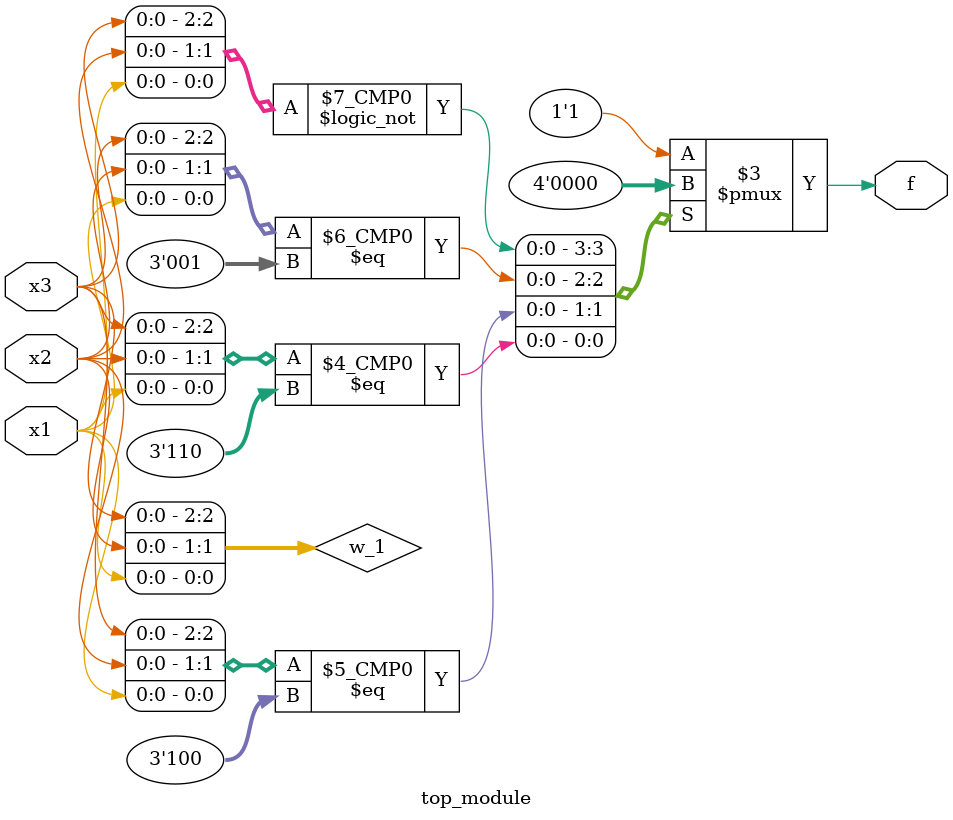
<source format=v>
module top_module( 
    input x3,
    input x2,
    input x1,  // three inputs
    output f   // one output
);
wire [2:0] w_1;
assign w_1 = {x3,x2,x1};

always @(*) begin
    case (w_1)
        3'b000 : f = 1'b0;
        3'b001 : f = 1'b0;
        3'b010 : f = 1'b1;
        3'b011 : f = 1'b1;
        3'b100 : f = 1'b0;
        3'b101 : f = 1'b1;
        3'b110 : f = 1'b0;
        default: f = 1'b1;
    endcase
end
endmodule

</source>
